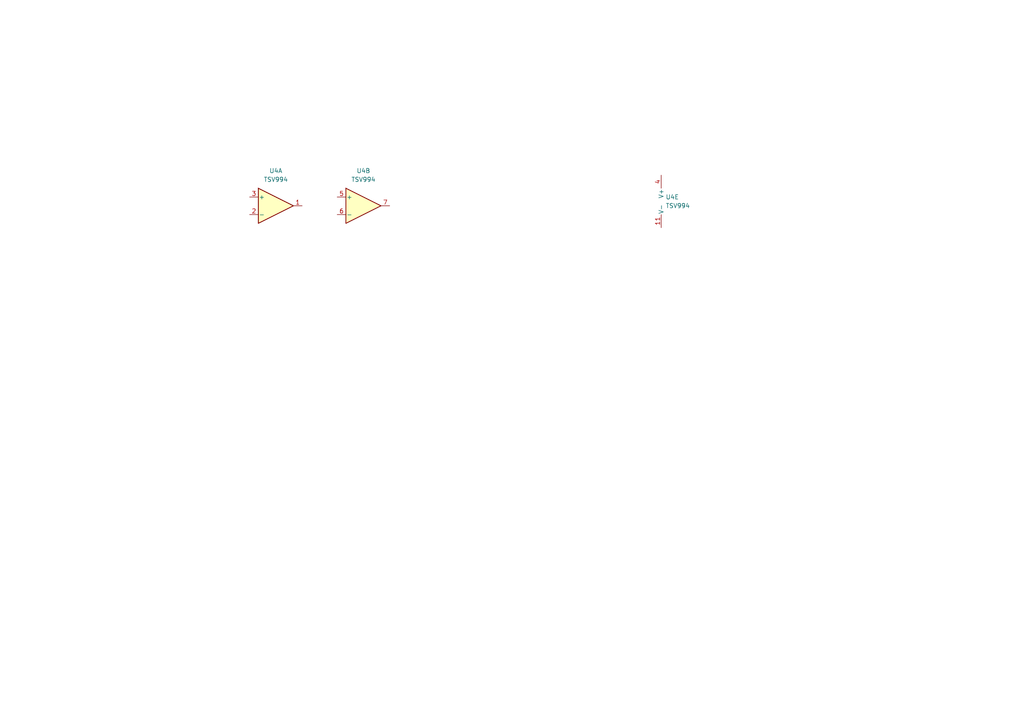
<source format=kicad_sch>
(kicad_sch (version 20231120) (generator "eeschema") (generator_version "8.0")
  (paper "A4")
  (lib_symbols
    (symbol "Amplifier_Operational:TSV994" (pin_names (offset 0.127))
      (property "Reference" "U" (at 0 5.08 0))
      (property "Value" "TSV994" (at 0 -5.08 0))
      (symbol "TSV994_1_1"
        (polyline (pts (xy -5.08 5.08) (xy 5.08 0) (xy -5.08 -5.08) (xy -5.08 5.08)) (stroke (width 0.254)) (fill (type background)))
        (pin output line (at 7.62 0 180) (length 2.54) (name "~") (number "1"))
        (pin input line (at -7.62 -2.54 0) (length 2.54) (name "-") (number "2"))
        (pin input line (at -7.62 2.54 0) (length 2.54) (name "+") (number "3"))
      )
      (symbol "TSV994_2_1"
        (polyline (pts (xy -5.08 5.08) (xy 5.08 0) (xy -5.08 -5.08) (xy -5.08 5.08)) (stroke (width 0.254)) (fill (type background)))
        (pin input line (at -7.62 2.54 0) (length 2.54) (name "+") (number "5"))
        (pin input line (at -7.62 -2.54 0) (length 2.54) (name "-") (number "6"))
        (pin output line (at 7.62 0 180) (length 2.54) (name "~") (number "7"))
      )
      (symbol "TSV994_3_1"
        (polyline (pts (xy -5.08 5.08) (xy 5.08 0) (xy -5.08 -5.08) (xy -5.08 5.08)) (stroke (width 0.254)) (fill (type background)))
        (pin input line (at -7.62 2.54 0) (length 2.54) (name "+") (number "10"))
        (pin output line (at 7.62 0 180) (length 2.54) (name "~") (number "8"))
        (pin input line (at -7.62 -2.54 0) (length 2.54) (name "-") (number "9"))
      )
      (symbol "TSV994_4_1"
        (polyline (pts (xy -5.08 5.08) (xy 5.08 0) (xy -5.08 -5.08) (xy -5.08 5.08)) (stroke (width 0.254)) (fill (type background)))
        (pin input line (at -7.62 2.54 0) (length 2.54) (name "+") (number "12"))
        (pin input line (at -7.62 -2.54 0) (length 2.54) (name "-") (number "13"))
        (pin output line (at 7.62 0 180) (length 2.54) (name "~") (number "14"))
      )
      (symbol "TSV994_5_1"
        (pin power_in line (at -2.54 -7.62 90) (length 3.81) (name "V-") (number "11"))
        (pin power_in line (at -2.54 7.62 270) (length 3.81) (name "V+") (number "4"))
      )
    )
  )
  (symbol (lib_id "Amplifier_Operational:TSV994") (at 194.31 58.42 0) (unit 5)
    (property "Reference" "U4" (at 193.04 57.1499 0) (effects (justify left)))
    (property "Value" "TSV994" (at 193.04 59.6899 0) (effects (justify left)))
    (property "Datasheet" "https://www.st.com/resource/en/datasheet/tsv994.pdf" (effects (hide yes)))
    (property "Description" "Quad Rail-to-rail, 20 MHz GBP, operational amplifiers, SOIC-14/TSSOP-14" (effects (hide yes)))
  )
  (symbol (lib_id "Amplifier_Operational:TSV994") (at 105.41 59.69 0) (unit 2)
    (property "Reference" "U4" (at 105.41 49.53 0))
    (property "Value" "TSV994" (at 105.41 52.07 0))
    (property "Datasheet" "https://www.st.com/resource/en/datasheet/tsv994.pdf" (effects (hide yes)))
    (property "Description" "Quad Rail-to-rail, 20 MHz GBP, operational amplifiers, SOIC-14/TSSOP-14" (effects (hide yes)))
  )
  (symbol (lib_id "Amplifier_Operational:TSV994") (at 80.01 59.69 0) (unit 1)
    (property "Reference" "U4" (at 80.01 49.53 0))
    (property "Value" "TSV994" (at 80.01 52.07 0))
    (property "Datasheet" "https://www.st.com/resource/en/datasheet/tsv994.pdf" (effects (hide yes)))
    (property "Description" "Quad Rail-to-rail, 20 MHz GBP, operational amplifiers, SOIC-14/TSSOP-14" (effects (hide yes)))
  )
)
</source>
